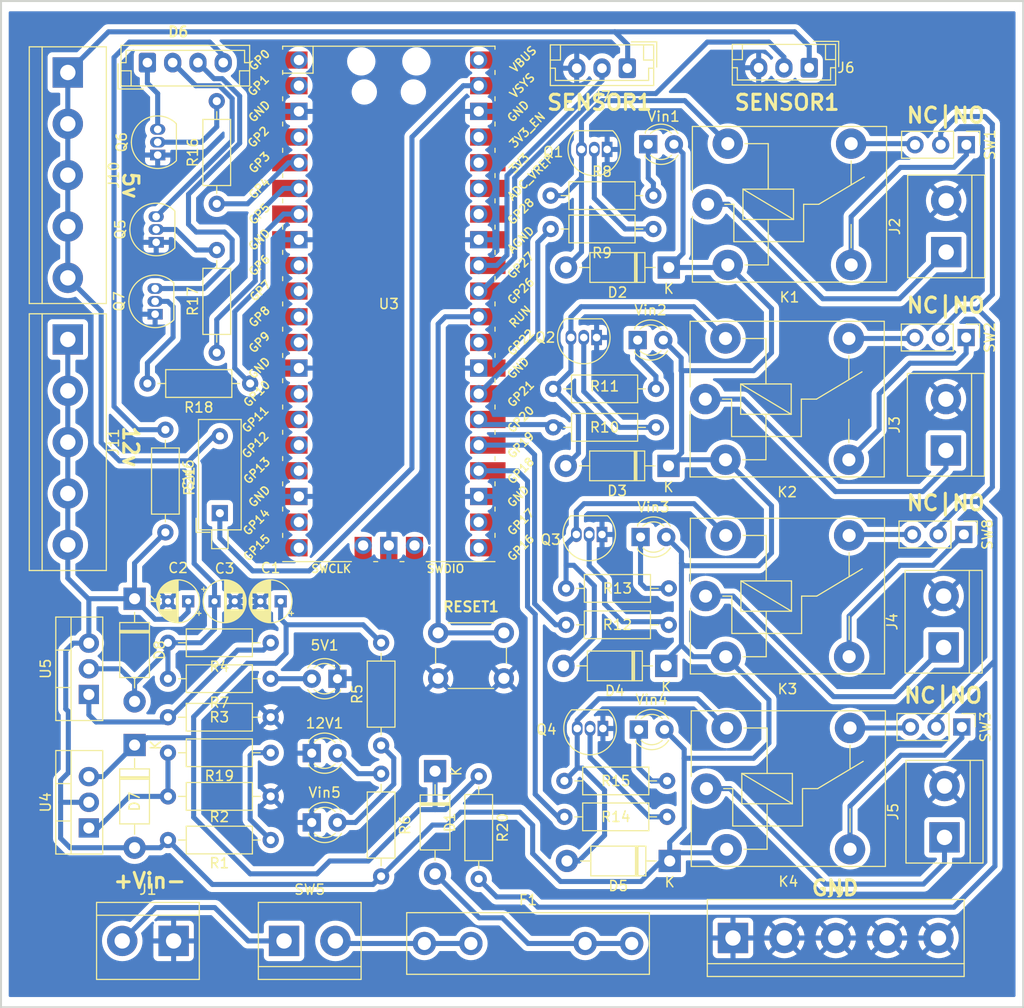
<source format=kicad_pcb>
(kicad_pcb (version 20221018) (generator pcbnew)
  (layers (0 "F.Cu" signal) (31 "B.Cu" signal) (34 "B.Paste" user) (35 "F.Paste" user) (36 "B.SilkS" user "B.Silkscreen") (37 "F.SilkS" user "F.Silkscreen") (38 "B.Mask" user) (39 "F.Mask" user) (44 "Edge.Cuts" user))
  (net 0 "")
  (net 1 "5V")
  (net 2 "12V")
  (net 3 "Earth")
  (net 4 "Net-(D1-A)")
  (net 5 "Net-(D2-A)")
  (net 6 "Net-(D3-A)")
  (net 7 "Net-(D4-A)")
  (net 8 "Net-(D5-A)")
  (net 9 "Net-(D6-RK)")
  (net 10 "Net-(D6-GK)")
  (net 11 "Net-(D6-BK)")
  (net 12 "Net-(SW5-B)")
  (net 13 "Net-(J1-Pin_2)")
  (net 14 "Net-(J2-Pin_1)")
  (net 15 "Net-(J3-Pin_1)")
  (net 16 "Net-(J4-Pin_1)")
  (net 17 "Net-(J5-Pin_1)")
  (net 18 "A0")
  (net 19 "A1")
  (net 20 "Net-(SW1-C)")
  (net 21 "Net-(SW1-A)")
  (net 22 "Net-(SW2-C)")
  (net 23 "Net-(SW2-A)")
  (net 24 "Net-(SW8-C)")
  (net 25 "Net-(SW8-A)")
  (net 26 "Net-(SW3-C)")
  (net 27 "Net-(SW3-A)")
  (net 28 "Net-(Q1-B)")
  (net 29 "Net-(Q2-B)")
  (net 30 "Net-(Q3-B)")
  (net 31 "Net-(Q4-B)")
  (net 32 "G")
  (net 33 "R")
  (net 34 "B")
  (net 35 "Net-(R1-Pad1)")
  (net 36 "Net-(U4-ADJ)")
  (net 37 "Net-(U5-ADJ)")
  (net 38 "Net-(Vin1-K)")
  (net 39 "C1")
  (net 40 "C2")
  (net 41 "Net-(Vin2-K)")
  (net 42 "C3")
  (net 43 "Net-(Vin3-K)")
  (net 44 "C4")
  (net 45 "Net-(Vin4-K)")
  (net 46 "Net-(U3-GPIO3)")
  (net 47 "Net-(U3-GPIO4)")
  (net 48 "Net-(U3-GPIO5)")
  (net 49 "Vin")
  (net 50 "Net-(U3-VSYS)")
  (net 51 "Net-(U3-RUN)")
  (net 75 "Net-(5V1-A)")
  (net 76 "Net-(12V1-A)")
  (net 77 "Net-(Vin5-A)")
  (net 78 "Net-(D1-K)")
  (net 79 "Net-(D6-A)")
  (footprint "Resistor_THT:R_Axial_DIN0207_L6.3mm_D2.5mm_P10.16mm_Horizontal" (layer "F.Cu") (at 193.244 120.32 180)
    (fp_text reference "R2")
    (fp_text value "2.2k")
  )
  (footprint "Resistor_THT:R_Axial_DIN0207_L6.3mm_D2.5mm_P10.16mm_Horizontal" (layer "F.Cu") (at 193.242 112.486 180)
    (fp_text reference "R3")
    (fp_text value "1K")
  )
  (footprint "Connector_PinHeader_2.54mm:PinHeader_1x03_P2.54mm_Vertical" (layer "F.Cu") (at 261.792 94.404 -90)
    (fp_text reference "SW8")
    (fp_text value "SW_SPDT")
  )
  (footprint "LED_THT:LED_D3.0mm" (layer "F.Cu") (at 229.82 94.658)
    (fp_text reference "Vin3")
    (fp_text value "LED")
  )
  (footprint "Diode_THT:D_DO-41_SOD81_P10.16mm_Horizontal" (layer "F.Cu") (at 232.587 87.615 180)
    (fp_text reference "D3")
    (fp_text value "1N4007")
  )
  (footprint "Connector_PinHeader_2.54mm:PinHeader_1x03_P2.54mm_Vertical" (layer "F.Cu") (at 262.019 74.915 -90)
    (fp_text reference "SW2")
    (fp_text value "SW_SPDT")
  )
  (footprint "Package_TO_SOT_THT:TO-92_Inline" (layer "F.Cu") (at 226.01 94.404 180)
    (fp_text reference "Q3")
    (fp_text value "PN2222A")
  )
  (footprint "Connector_PinHeader_2.54mm:PinHeader_1x03_P2.54mm_Vertical" (layer "F.Cu") (at 262.044 55.844 -90)
    (fp_text reference "SW1")
    (fp_text value "SW_SPDT")
  )
  (footprint "TerminalBlock:TerminalBlock_bornier-2_P5.08mm" (layer "F.Cu") (at 259.792 105.58 90)
    (fp_text reference "J4")
    (fp_text value "Conn_01x02_Socket")
  )
  (footprint "LED_THT:LED_D3.0mm" (layer "F.Cu") (at 197.306 122.9)
    (fp_text reference "Vin5")
    (fp_text value "LED")
  )
  (footprint "Connector_JST:JST_EH_B3B-EH-A_1x03_P2.50mm_Vertical" (layer "F.Cu") (at 246.502 48.224 180)
    (fp_text reference "J6")
    (fp_text value "Conn_01x03_Socket")
  )
  (footprint "Resistor_THT:R_Axial_DIN0207_L6.3mm_D2.5mm_P10.16mm_Horizontal" (layer "F.Cu") (at 193.244 124.638 180)
    (fp_text reference "R1")
    (fp_text value "220")
  )
  (footprint "TerminalBlock:TerminalBlock_bornier-5_P5.08mm" (layer "F.Cu") (at 173.178 75.108 -90)
    (fp_text reference "J11")
    (fp_text value "Conn_01x05_Socket")
  )
  (footprint "Package_TO_SOT_THT:TO-92_Inline" (layer "F.Cu") (at 181.812 72.608 90)
    (fp_text reference "Q7")
    (fp_text value "PN2222A")
  )
  (footprint "LED_THT:LED_D3.0mm" (layer "F.Cu") (at 229.534 75.169)
    (fp_text reference "Vin2")
    (fp_text value "LED")
  )
  (footprint "Resistor_THT:R_Axial_DIN0207_L6.3mm_D2.5mm_P10.16mm_Horizontal" (layer "F.Cu") (at 231.088 64.178 180)
    (fp_text reference "R9")
    (fp_text value "1k")
  )
  (footprint "Package_TO_SOT_THT:TO-92_Inline" (layer "F.Cu") (at 182.066 56.86 90)
    (fp_text reference "Q6")
    (fp_text value "PN2222A")
  )
  (footprint "Package_TO_SOT_THT:TO-92_Inline" (layer "F.Cu") (at 226.098 113.602 180)
    (fp_text reference "Q4")
    (fp_text value "PN2222A")
  )
  (footprint "LED_THT:LED_D3.0mm" (layer "F.Cu") (at 230.582 55.796)
    (fp_text reference "Vin1")
    (fp_text value "LED")
  )
  (footprint "Diode_THT:D_DO-41_SOD81_P10.16mm_Horizontal" (layer "F.Cu") (at 209.498 117.82 -90)
    (fp_text reference "D1")
    (fp_text value "1N4007")
  )
  (footprint "Package_TO_SOT_THT:TO-220-3_Vertical" (layer "F.Cu") (at 175.26 123.444 90)
    (fp_text reference "U4")
    (fp_text value "LM317_TO-220")
  )
  (footprint "Diode_THT:D_DO-41_SOD81_P10.16mm_Horizontal" (layer "F.Cu") (at 232.702 126.71 180)
    (fp_text reference "D5")
    (fp_text value "1N4007")
  )
  (footprint "Connector_JST:JST_EH_B3B-EH-A_1x03_P2.50mm_Vertical" (layer "F.Cu") (at 228.508 48.27 180)
    (fp_text reference "J7")
    (fp_text value "Conn_01x03_Socket")
  )
  (footprint "Relay_THT:Relay_SPDT_Finder_36.11" (layer "F.Cu") (at 236.221 81.011)
    (fp_text reference "K2")
    (fp_text value "FINDER-36.11")
  )
  (footprint "Resistor_THT:R_Axial_DIN0207_L6.3mm_D2.5mm_P10.16mm_Horizontal" (layer "F.Cu") (at 187.908 61.686 90)
    (fp_text reference "R16")
    (fp_text value "1k")
  )
  (footprint "Package_TO_SOT_THT:TO-92_Inline" (layer "F.Cu") (at 225.475 74.915 180)
    (fp_text reference "Q2")
    (fp_text value "PN2222A")
  )
  (footprint "TerminalBlock:TerminalBlock_bornier-2_P5.08mm" (layer "F.Cu") (at 194.564 134.62)
    (fp_text reference "SW5")
    (fp_text value "SW_SPST")
  )
  (footprint "Resistor_THT:R_Axial_DIN0207_L6.3mm_D2.5mm_P10.16mm_Horizontal" (layer "F.Cu") (at 222.454 99.738)
    (fp_text reference "R13")
    (fp_text value "R")
  )
  (footprint "TerminalBlock:TerminalBlock_bornier-2_P5.08mm" (layer "F.Cu") (at 260.046 66.464 90)
    (fp_text reference "J2")
    (fp_text value "Conn_01x02_Socket")
  )
  (footprint "Connector_JST:JST_EH_B4B-EH-A_1x04_P2.50mm_Vertical" (layer "F.Cu") (at 181.05 47.716)
    (fp_text reference "D6")
    (fp_text value "LED_RGBA")
  )
  (footprint "Resistor_THT:R_Axial_DIN0207_L6.3mm_D2.5mm_P10.16mm_Horizontal" (layer "F.Cu") (at 232.612 103.342 180)
    (fp_text reference "R12")
    (fp_text value "1k")
  )
  (footprint "Relay_THT:Relay_SPDT_Finder_36.11" (layer "F.Cu") (at 236.336 119.55)
    (fp_text reference "K4")
    (fp_text value "FINDER-36.11")
  )
  (footprint "Resistor_THT:R_Axial_DIN0207_L6.3mm_D2.5mm_P10.16mm_Horizontal" (layer "F.Cu") (at 222.288 118.788)
    (fp_text reference "R15")
    (fp_text value "R")
  )
  (footprint "Resistor_THT:R_Axial_DIN0207_L6.3mm_D2.5mm_P10.16mm_Horizontal" (layer "F.Cu") (at 193.242 108.676 180)
    (fp_text reference "R7")
    (fp_text value "R")
  )
  (footprint "Diode_THT:D_DO-41_SOD81_P10.16mm_Horizontal" (layer "F.Cu") (at 179.782 115.24 -90)
    (fp_text reference "D7")
    (fp_text value "1N4007")
  )
  (footprint "LED_THT:LED_D3.0mm" (layer "F.Cu") (at 229.649 113.708)
    (fp_text reference "Vin4")
    (fp_text value "LED")
  )
  (footprint "TerminalBlock:TerminalBlock_bornier-5_P5.08mm" (layer "F.Cu") (at 173.178 48.692 -90)
    (fp_text reference "J10")
    (fp_text value "Conn_01x05_Socket")
  )
  (footprint "Package_TO_SOT_THT:TO-92_Inline" (layer "F.Cu") (at 226.518 56.304 180)
    (fp_text reference "Q1")
    (fp_text value "PN2222A")
  )
  (footprint "Button_Switch_THT:SW_DIP_SPSTx01_Piano_10.8x4.1mm_W7.62mm_P2.54mm" (layer "F.Cu") (at 188.214 92.297 90)
    (fp_text reference "SW6")
    (fp_text value "SW_DIP_x01")
  )
  (footprint "Capacitor_THT:CP_Radial_D4.0mm_P2.00mm" (layer "F.Cu") (at 185.084 101.016 180)
    (fp_text reference "C2")
    (fp_text value "1uf")
  )
  (footprint "Resistor_THT:R_Axial_DIN0207_L6.3mm_D2.5mm_P10.16mm_Horizontal" (layer "F.Cu") (at 231.342 83.805 180)
    (fp_text reference "R10")
    (fp_text value "1k")
  )
  (footprint "Relay_THT:Relay_SPDT_Finder_36.11" (layer "F.Cu") (at 236.448 61.734)
    (fp_text reference "K1")
    (fp_text value "FINDER-36.11")
  )
  (footprint "Resistor_THT:R_Axial_DIN0207_L6.3mm_D2.5mm_P10.16mm_Horizontal" (layer "F.Cu") (at 193.242 105.12 180)
    (fp_text reference "R4")
    (fp_text value "330")
  )
  (footprint "Resistor_THT:R_Axial_DIN0207_L6.3mm_D2.5mm_P10.16mm_Horizontal" (layer "F.Cu") (at 220.928 60.876)
    (fp_text reference "R8")
    (fp_text value "R")
  )
  (footprint "MCU_RaspberryPi_and_Boards:RPi_Pico_SMD_TH" (layer "F.Cu") (at 204.926 71.592)
    (fp_text reference "U3")
    (fp_text value "Pico")
  )
  (footprint "Button_Switch_THT:SW_PUSH_6mm_H5mm" (layer "F.Cu") (at 209.804 104.14)
    (fp_text reference "RESET1")
    (fp_text value "RESET")
  )
  (footprint "TerminalBlock:TerminalBlock_bornier-5_P5.08mm" (layer "F.Cu") (at 238.962 134.33)
    (fp_text reference "J9")
    (fp_text value "Conn_01x05_Socket")
  )
  (footprint "Connector_PinHeader_2.54mm:PinHeader_1x03_P2.54mm_Vertical" (layer "F.Cu") (at 261.594 113.454 -90)
    (fp_text reference "SW3")
    (fp_text value "SW_SPDT")
  )
  (footprint "Diode_THT:D_DO-41_SOD81_P10.16mm_Horizontal" (layer "F.Cu") (at 179.782 100.762 -90)
    (fp_text reference "D8")
    (fp_text value "1N4007")
  )
  (footprint "Resistor_THT:R_Axial_DIN0207_L6.3mm_D2.5mm_P10.16mm_Horizontal" (layer "F.Cu") (at 182.828 84.038 -90)
    (fp_text reference "R21")
    (fp_text value "1k")
  )
  (footprint "Resistor_THT:R_Axial_DIN0207_L6.3mm_D2.5mm_P10.16mm_Horizontal" (layer "F.Cu") (at 187.908 76.418 90)
    (fp_text reference "R17")
    (fp_text value "1k")
  )
  (footprint "Diode_THT:D_DO-41_SOD81_P10.16mm_Horizontal" (layer "F.Cu") (at 232.358 107.406 180)
    (fp_text reference "D4")
    (fp_text value "1N4007")
  )
  (footprint "Resistor_THT:R_Axial_DIN0207_L6.3mm_D2.5mm_P10.16mm_Horizontal" (layer "F.Cu") (at 232.448 122.344 180)
    (fp_text reference "R14")
    (fp_text value "1k")
  )
  (footprint "Resistor_THT:R_Axial_DIN0207_L6.3mm_D2.5mm_P10.16mm_Horizontal" (layer "F.Cu") (at 221.182 79.995)
    (fp_text reference "R11")
    (fp_text value "R")
  )
  (footprint "TerminalBlock:TerminalBlock_bornier-2_P5.08mm" (layer "F.Cu") (at 260.019 86.091 90)
    (fp_text reference "J3")
    (fp_text value "Conn_01x02_Socket")
  )
  (footprint "Relay_THT:Relay_SPDT_Finder_36.11" (layer "F.Cu") (at 236.248 100.5)
    (fp_text reference "K3")
    (fp_text value "FINDER-36.11")
  )
  (footprint "Fuse:Fuseholder_Littelfuse_100_series_5x20mm" (layer "F.Cu") (at 208.444 134.874)
    (fp_text reference "F1")
    (fp_text value "2A")
  )
  (footprint "Resistor_THT:R_Axial_DIN0207_L6.3mm_D2.5mm_P10.16mm_Horizontal" (layer "F.Cu") (at 204.164 115.28 90)
    (fp_text reference "R5")
    (fp_text value "R")
  )
  (footprint "TerminalBlock:TerminalBlock_bornier-2_P5.08mm" (layer "F.Cu") (at 183.642 134.62 180)
    (fp_text reference "J1")
    (fp_text value "Conn_01x02_Socket")
  )
  (footprint "Capacitor_THT:CP_Radial_D4.0mm_P2.00mm" (layer "F.Cu") (at 194.228 101.016 180)
    (fp_text reference "C1")
    (fp_text value "0.1uf")
  )
  (footprint "LED_THT:LED_D3.0mm" (layer "F.Cu") (at 199.846 108.676 180)
    (fp_text reference "5V1")
    (fp_text value "LED")
  )
  (footprint "Package_TO_SOT_THT:TO-220-3_Vertical" (layer "F.Cu") (at 175.26 110.236 90)
    (fp_text reference "U5")
    (fp_text value "LM317_TO-220")
  )
  (footprint "Resistor_THT:R_Axial_DIN0207_L6.3mm_D2.5mm_P10.16mm_Horizontal" (layer "F.Cu") (at 191.21 79.466 180)
    (fp_text reference "R18")
    (fp_text value "1k")
  )
  (footprint "LED_THT:LED_D3.0mm" (layer "F.Cu") (at 197.301 116.042)
    (fp_text reference "12V1")
    (fp_text value "LED")
  )
  (footprint "Capacitor_THT:CP_Radial_D4.0mm_P2.00mm" (layer "F.Cu") (at 187.688 101.016)
    (fp_text reference "C3")
    (fp_text value "1uf")
  )
  (footprint "Resistor_THT:R_Axial_DIN0207_L6.3mm_D2.5mm_P10.16mm_Horizontal" (layer "F.Cu") (at 193.244 116.002 180)
    (fp_text reference "R19")
    (fp_text value "33")
  )
  (footprint "TerminalBlock:TerminalBlock_bornier-2_P5.08mm" (layer "F.Cu") (at 259.88 124.376 90)
    (fp_text reference "J5")
    (fp_text value "Conn_01x02_Socket")
  )
  (footprint "Resistor_THT:R_Axial_DIN0207_L6.3mm_D2.5mm_P10.16mm_Horizontal" (layer "F.Cu") (at 204.164 118.074 -90)
    (fp_text reference "R6")
    (fp_text value "R")
  )
  (footprint "Resistor_THT:R_Axial_DIN0207_L6.3mm_D2.5mm_P10.16mm_Horizontal" (layer "F.Cu") (at 213.816 118.328 -90)
    (fp_text reference "R20")
    (fp_text value "1k")
  )
  (footprint "Package_TO_SOT_THT:TO-92_Inline" (layer "F.Cu") (at 181.918 65.496 90)
    (fp_text reference "Q5")
    (fp_text value "PN2222A")
  )
  (footprint "Diode_THT:D_DO-41_SOD81_P10.16mm_Horizontal" (layer "F.Cu") (at 232.614 67.988 180)
    (fp_text reference "D2")
    (fp_text value "1N4007")
  )
  (gr_rect (start 166.572 41.62) (end 267.664 141.188) (stroke (width 0.2)) (fill none) (layer "Edge.Cuts"))
  (gr_text "NC|NO" (at 255.98 92.166) (layer "F.SilkS") (effects (font (size 1.5 1.5) (thickness 0.3) bold) (justify left bottom)))
  (gr_text "SENSOR1\n" (at 238.962 52.542) (layer "F.SilkS") (effects (font (size 1.5 1.5) (thickness 0.3) bold) (justify left bottom)))
  (gr_text "+Vin-" (at 177.546 129.54) (layer "F.SilkS") (effects (font (size 1.5 1.5) (thickness 0.3) bold) (justify left bottom)))
  (gr_text "12v\n" (at 178.51 83.53 -90) (layer "F.SilkS") (effects (font (size 1.5 1.5) (thickness 0.3) bold) (justify left bottom)))
  (gr_text "NC|NO" (at 255.98 72.608) (layer "F.SilkS") (effects (font (size 1.5 1.5) (thickness 0.3) bold) (justify left bottom)))
  (gr_text "NC|NO" (at 255.726 111.216) (layer "F.SilkS") (effects (font (size 1.5 1.5) (thickness 0.3) bold) (justify left bottom)))
  (gr_text "GND\n" (at 246.582 130.266) (layer "F.SilkS") (effects (font (size 1.5 1.5) (thickness 0.3) bold) (justify left bottom)))
  (gr_text "NC|NO" (at 255.98 53.812) (layer "F.SilkS") (effects (font (size 1.5 1.5) (thickness 0.3) bold) (justify left bottom)))
  (gr_text "SENSOR1\n" (at 220.42 52.542) (layer "F.SilkS") (effects (font (size 1.5 1.5) (thickness 0.3) bold) (justify left bottom)))
  (gr_text "5v\n" (at 178.51 58.384 270) (layer "F.SilkS") (effects (font (size 1.5 1.5) (thickness 0.3) bold) (justify left bottom)))
  (segment (start 183.082 105.844) (end 183.082 105.12) (width 0.5) (layer "B.Cu") (net 1))
  (segment (start 245.058 44.668) (end 246.502 46.112) (width 0.5) (layer "B.Cu") (net 1))
  (segment (start 187.688 99.296) (end 187.688 101.016) (width 0.5) (layer "B.Cu") (net 1))
  (segment (start 227.278 44.668) (end 228.548 45.938) (width 0.5) (layer "B.Cu") (net 1))
  (segment (start 185.674 87.63) (end 185.674 97.282) (width 0.5) (layer "B.Cu") (net 1))
  (segment (start 186.346 105.12) (end 187.688 103.778) (width 0.5) (layer "B.Cu") (net 1))
  (segment (start 227.278 44.668) (end 245.058 44.668) (width 0.5) (layer "B.Cu") (net 1))
  (segment (start 178.334 107.696) (end 175.26 107.696) (width 0.5) (layer "B.Cu") (net 1))
  (segment (start 183.082 108.676) (end 183.082 105.12) (width 0.5) (layer "B.Cu") (net 1))
  (segment (start 228.548 45.938) (end 228.548 48.23) (width 0.5) (layer "B.Cu") (net 1))
  (segment (start 179.782 110.922) (end 179.782 109.144) (width 0.5) (layer "B.Cu") (net 1))
  (segment (start 185.166 87.122) (end 185.674 87.63) (width 0.5) (layer "B.Cu") (net 1))
  (segment (start 246.502 46.112) (end 246.502 48.224) (width 0.5) (layer "B.Cu") (net 1))
  (segment (start 173.178 48.692) (end 177.202 44.668) (width 0.5) (layer "B.Cu") (net 1))
  (segment (start 228.548 48.23) (end 228.508 48.27) (width 0.5) (layer "B.Cu") (net 1))
  (segment (start 177.202 44.668) (end 227.278 44.668) (width 0.5) (layer "B.Cu") (net 1))
  (segment (start 178.292 87.122) (end 178.002 86.832) (width 0.5) (layer "B.Cu") (net 1))
  (segment (start 183.082 105.12) (end 186.346 105.12) (width 0.5) (layer "B.Cu") (net 1))
  (segment (start 187.688 103.778) (end 187.688 101.016) (width 0.5) (layer "B.Cu") (net 1))
  (segment (start 179.782 109.144) (end 183.082 105.844) (width 0.5) (layer "B.Cu") (net 1))
  (segment (start 173.178 48.692) (end 173.178 69.012) (width 0.5) (layer "B.Cu") (net 1))
  (segment (start 176.478 72.312) (end 173.178 69.012) (width 0.5) (layer "B.Cu") (net 1))
  (segment (start 188.214 84.677) (end 187.611 84.677) (width 0.5) (layer "B.Cu") (net 1))
  (segment (start 187.611 84.677) (end 185.166 87.122) (width 0.5) (layer "B.Cu") (net 1))
  (segment (start 179.782 109.144) (end 178.334 107.696) (width 0.5) (layer "B.Cu") (net 1))
  (segment (start 176.478 85.308) (end 176.478 72.312) (width 0.5) (layer "B.Cu") (net 1))
  (segment (start 185.166 87.122) (end 178.292 87.122) (width 0.5) (layer "B.Cu") (net 1))
  (segment (start 185.674 97.282) (end 187.688 99.296) (width 0.5) (layer "B.Cu") (net 1))
  (segment (start 178.002 86.832) (end 176.478 85.308) (width 0.5) (layer "B.Cu") (net 1))
  (segment (start 238.448 67.734) (end 242.772 72.058) (width 0.5) (layer "B.Cu") (net 2))
  (segment (start 182.828 94.198) (end 179.78 97.246) (width 0.5) (layer "B.Cu") (net 2))
  (segment (start 181.814 102.794) (end 179.782 100.762) (width 0.5) (layer "B.Cu") (net 2))
  (segment (start 232.702 125.9) (end 237.986 125.9) (width 0.5) (layer "B.Cu") (net 2))
  (segment (start 232.702 124.842) (end 232.702 125.9) (width 0.5) (layer "B.Cu") (net 2))
  (segment (start 234.118 97.5) (end 233.864 97.246) (width 0.5) (layer "B.Cu") (net 2))
  (segment (start 184.354 102.794) (end 181.814 102.794) (width 0.5) (layer "B.Cu") (net 2))
  (segment (start 242.772 72.058) (end 242.772 76.418) (width 0.5) (layer "B.Cu") (net 2))
  (segment (start 232.702 125.9) (end 229.86 128.742) (width 0.5) (layer "B.Cu") (net 2))
  (segment (start 210.768 123.154) (end 209.244 123.154) (width 0.5) (layer "B.Cu") (net 2))
  (segment (start 185.084 102.064) (end 184.354 102.794) (width 0.5) (layer "B.Cu") (net 2))
  (segment (start 232.189 113.708) (end 234.136 115.655) (width 0.5) (layer "B.Cu") (net 2))
  (segment (start 233.122 55.796) (end 234.022 56.696) (width 0.5) (layer "B.Cu") (net 2))
  (segment (start 233.191 87.011) (end 232.587 87.615) (width 0.5) (layer "B.Cu") (net 2))
  (segment (start 209.244 123.154) (end 204.164 128.234) (width 0.5) (layer "B.Cu") (net 2))
  (segment (start 175.26 120.904) (end 172.466 120.904) (width 0.5) (layer "B.Cu") (net 2))
  (segment (start 234.022 66.58) (end 232.614 67.988) (width 0.5) (layer "B.Cu") (net 2))
  (segment (start 238.248 106.5) (end 242.518 110.77) (width 0.5) (layer "B.Cu") (net 2))
  (segment (start 172.466 124.46) (end 173.406 125.4) (width 0.5) (layer "B.Cu") (net 2))
  (segment (start 235.018 106.5) (end 238.248 106.5) (width 0.5) (layer "B.Cu") (net 2))
  (segment (start 204.164 128.234) (end 203.364001 129.033999) (width 0.5) (layer "B.Cu") (net 2))
  (segment (start 242.518 115.026) (end 240.994 116.55) (width 0.5) (layer "B.Cu") (net 2))
  (segment (start 182.322 125.4) (end 183.084 124.638) (width 0.5) (layer "B.Cu") (net 2))
  (segment (start 172.974 111.66) (end 173.228 111.914) (width 0.5) (layer "B.Cu") (net 2))
  (segment (start 219.15 123.154) (end 217.88 121.884) (width 0.5) (layer "B.Cu") (net 2))
  (segment (start 237.986 125.9) (end 238.336 125.55) (width 0.5) (layer "B.Cu") (net 2))
  (segment (start 217.88 121.884) (end 212.038 121.884) (width 0.5) (layer "B.Cu") (net 2))
  (segment (start 173.736 105.156) (end 172.974 105.918) (width 0.5) (layer "B.Cu") (net 2))
  (segment (start 179.78 100.76) (end 179.782 100.762) (width 0.5) (layer "B.Cu") (net 2))
  (segment (start 172.466 118.746) (end 172.466 120.904) (width 0.5) (layer "B.Cu") (net 2))
  (segment (start 179.782 125.4) (end 182.322 125.4) (width 0.5) (layer "B.Cu") (net 2))
  (segment (start 173.178 98.73) (end 175.21 100.762) (width 0.5) (layer "B.Cu") (net 2))
  (segment (start 229.86 128.742) (end 221.91795 128.742) (width 0.5) (layer "B.Cu") (net 2))
  (segment (start 221.91795 128.742) (end 219.15 125.97405) (width 0.5) (layer "B.Cu") (net 2))
  (segment (start 241.502 97.5) (end 234.118 97.5) (width 0.5) (layer "B.Cu") (net 2))
  (segment (start 185.084 101.016) (end 185.084 102.064) (width 0.5) (layer "B.Cu") (net 2))
  (segment (start 233.837 76.932) (end 232.074 75.169) (width 0.5) (layer "B.Cu") (net 2))
  (segment (start 238.194 67.988) (end 238.448 67.734) (width 0.5) (layer "B.Cu") (net 2))
  (segment (start 233.864 97.246) (end 233.864 105.346) (width 0.5) (layer "B.Cu") (net 2))
  (segment (start 234.136 116.55) (end 234.136 123.408) (width 0.5) (layer "B.Cu") (net 2))
  (segment (start 233.864 96.162) (end 233.864 97.246) (width 0.5) (layer "B.Cu") (net 2))
  (segment (start 232.36 94.658) (end 233.864 96.162) (width 0.5) (layer "B.Cu") (net 2))
  (segment (start 175.26 105.156) (end 173.736 105.156) (width 0.5) (layer "B.Cu") (net 2))
  (segment (start 242.772 76.418) (end 240.994 78.196) (width 0.5) (layer "B.Cu") (net 2))
  (segment (start 175.21 100.762) (end 175.26 100.812) (width 0.5) (layer "B.Cu") (net 2))
  (segment (start 238.221 87.011) (end 233.191 87.011) (width 0.5) (layer "B.Cu") (net 2))
  (segment (start 187.479999 129.033999) (end 183.084 124.638) (width 0.5) (layer "B.Cu") (net 2))
  (segment (start 242.772 91.562) (end 242.772 96.23) (width 0.5) (layer "B.Cu") (net 2))
  (segment (start 234.136 123.408) (end 232.702 124.842) (width 0.5) (layer "B.Cu") (net 2))
  (segment (start 172.974 105.918) (end 172.974 111.66) (width 0.5) (layer "B.Cu") (net 2))
  (segment (start 175.514 120.65) (end 175.26 120.904) (width 0.5) (layer "B.Cu") (net 2))
  (segment (start 232.587 87.615) (end 233.882 86.32) (width 0.5) (layer "B.Cu") (net 2))
  (segment (start 203.364001 129.033999) (end 187.479999 129.033999) (width 0.5) (layer "B.Cu") (net 2))
  (segment (start 234.136 115.655) (end 234.136 116.55) (width 0.5) (layer "B.Cu") (net 2))
  (segment (start 234.022 56.696) (end 234.022 66.58) (width 0.5) (layer "B.Cu") (net 2))
  (segment (start 179.782 100.762) (end 175.21 100.762) (width 0.5) (layer "B.Cu") (net 2))
  (segment (start 173.228 117.984) (end 172.466 118.746) (width 0.5) (layer "B.Cu") (net 2))
  (segment (start 173.406 125.4) (end 179.782 125.4) (width 0.5) (layer "B.Cu") (net 2))
  (segment (start 233.882 86.32) (end 233.882 78.241) (width 0.5) (layer "B.Cu") (net 2))
  (segment (start 172.466 120.904) (end 172.466 124.46) (width 0.5) (layer "B.Cu") (net 2))
  (segment (start 240.994 116.55) (end 234.136 116.55) (width 0.5) (layer "B.Cu") (net 2))
  (segment (start 240.994 78.196) (end 233.837 78.196) (width 0.5) (layer "B.Cu") (net 2))
  (segment (start 233.864 105.346) (end 235.018 106.5) (width 0.5) (layer "B.Cu") (net 2))
  (segment (start 232.358 106.852) (end 232.358 107.406) (width 0.5) (layer "B.Cu") (net 2))
  (segment (start 233.837 78.196) (end 233.837 76.932) (width 0.5) (layer "B.Cu") (net 2))
  (segment (start 173.178 95.428) (end 173.178 98.73) (width 0.5) (layer "B.Cu") (net 2))
  (segment (start 242.772 96.23) (end 241.502 97.5) (width 0.5) (layer "B.Cu") (net 2))
  (segment (start 219.15 125.97405) (end 219.15 123.154) (width 0.5) (layer "B.Cu") (net 2))
  (segment (start 233.864 105.346) (end 232.358 106.852) (width 0.5) (layer "B.Cu") (net 2))
  (segment (start 233.882 78.241) (end 233.837 78.196) (width 0.5) (layer "B.Cu") (net 2))
  (segment (start 212.038 121.884) (end 210.768 123.154) (width 0.5) (layer "B.Cu") (net 2))
  (segment (start 175.26 100.812) (end 175.26 105.156) (width 0.5) (layer "B.Cu") (net 2))
  (segment (start 232.614 67.988) (end 238.194 67.988) (width 0.5) (layer "B.Cu") (net 2))
  (segment (start 238.221 87.011) (end 242.772 91.562) (width 0.5) (layer "B.Cu") (net 2))
  (segment (start 179.78 97.246) (end 179.78 100.76) (width 0.5) (layer "B.Cu") (net 2))
  (segment (start 242.518 110.77) (end 242.518 115.026) (width 0.5) (layer "B.Cu") (net 2))
  (segment (start 173.178 95.428) (end 173.178 75.108) (width 0.5) (layer "B.Cu") (net 2))
  (segment (start 173.228 111.914) (end 173.228 117.984) (width 0.5) (layer "B.Cu") (net 2))
  (segment (start 238.962 134.33) (end 259.282 134.33) (width 0.5) (layer "B.Cu") (net 3))
  (segment (start 189.688 101.016) (end 192.228 101.016) (width 0.5) (layer "B.Cu") (net 3))
  (segment (start 228.944 134.874) (end 224.344 134.874) (width 0.5) (layer "B.Cu") (net 4))
  (segment (start 209.514 127.98) (end 209.498 127.98) (width 0.5) (layer "B.Cu") (net 4))
  (segment (start 218.694 134.874) (end 216.154 132.334) (width 0.5) (layer "B.Cu") (net 4))
  (segment (start 216.154 132.334) (end 213.868 132.334) (width 0.5) (layer "B.Cu") (net 4))
  (segment (start 213.868 132.334) (end 209.514 127.98) (width 0.5) (layer "B.Cu") (net 4))
  (segment (start 224.344 134.874) (end 218.694 134.874) (width 0.5) (layer "B.Cu") (net 4))
  (segment (start 222.2 60.876) (end 220.928 60.876) (width 0.5) (layer "B.Cu") (net 5))
  (segment (start 223.978 53.51) (end 223.978 56.304) (width 0.5) (layer "B.Cu") (net 5))
  (segment (start 223.978 56.304) (end 223.978 59.098) (width 0.5) (layer "B.Cu") (net 5))
  (segment (start 223.978 59.098) (end 222.2 60.876) (width 0.5) (layer "B.Cu") (net 5))
  (segment (start 234.192 51.478) (end 226.01 51.478) (width 0.5) (layer "B.Cu") (net 5))
  (segment (start 223.978 66.464) (end 223.978 59.098) (width 0.5) (layer "B.Cu") (net 5))
  (segment (start 226.01 51.478) (end 223.978 53.51) (width 0.5) (layer "B.Cu") (net 5))
  (segment (start 222.454 67.988) (end 223.978 66.464) (width 0.5) (layer "B.Cu") (net 5))
  (segment (start 238.448 55.734) (end 234.192 51.478) (width 0.5) (layer "B.Cu") (net 5))
  (segment (start 222.935 74.915) (end 222.935 78.242) (width 0.5) (layer "B.Cu") (net 6))
  (segment (start 223.677 82.49) (end 223.677 86.365) (width 0.5) (layer "B.Cu") (net 6))
  (segment (start 222.935 78.242) (end 221.182 79.995) (width 0.5) (layer "B.Cu") (net 6))
  (segment (start 238.221 75.011) (end 235.077 71.867) (width 0.5) (layer "B.Cu") (net 6))
  (segment (start 223.951 71.867) (end 222.935 72.883) (width 0.5) (layer "B.Cu") (net 6))
  (segment (start 235.077 71.867) (end 223.951 71.867) (width 0.5) (layer "B.Cu") (net 6))
  (segment (start 223.677 86.365) (end 222.427 87.615) (width 0.5) (layer "B.Cu") (net 6))
  (segment (start 222.935 72.883) (end 222.935 74.915) (width 0.5) (layer "B.Cu") (net 6))
  (segment (start 221.182 79.995) (end 223.677 82.49) (width 0.5) (layer "B.Cu") (net 6))
  (segment (start 222.198 106.852) (end 222.2 106.85) (width 0.5) (layer "B.Cu") (net 7))
  (segment (start 224.232 91.356) (end 223.47 92.118) (width 0.5) (layer "B.Cu") (net 7))
  (segment (start 222.454 97.452) (end 223.216 97.452) (width 0.5) (layer "B.Cu") (net 7))
  (segment (start 235.104 91.356) (end 224.232 91.356) (width 0.5) (layer "B.Cu") (net 7))
  (segment (start 222.454 95.42) (end 223.47 94.404) (width 0.5) (layer "B.Cu") (net 7))
  (segment (start 222.454 97.452) (end 222.454 95.42) (width 0.5) (layer "B.Cu") (net 7))
  (segment (start 222.198 107.406) (end 222.198 106.852) (width 0.5) (layer "B.Cu") (net 7))
  (segment (start 223.47 92.118) (end 223.47 94.404) (width 0.5) (layer "B.Cu") (net 7))
  (segment (start 223.216 97.452) (end 225.248 99.484) (width 0.5) (layer "B.Cu") (net 7))
  (segment (start 225.248 99.484) (end 225.248 104.564) (width 0.5) (layer "B.Cu") (net 7))
  (segment (start 238.248 94.5) (end 235.104 91.356) (width 0.5) (layer "B.Cu") (net 7))
  (segment (start 225.248 104.564) (end 222.406 107.406) (width 0.5) (layer "B.Cu") (net 7))
  (segment (start 222.454 99.738) (end 222.454 97.452) (width 0.5) (layer "B.Cu") (net 7))
  (segment (start 222.406 107.406) (end 222.198 107.406) (width 0.5) (layer "B.Cu") (net 7))
  (segment (start 238.336 113.55) (end 235.446 110.66) (width 0.5) (layer "B.Cu") (net 8))
  (segment (start 223.558 113.602) (end 223.558 117.518) (width 0.5) (layer "B.Cu") (net 8))
  (segment (start 222.542 126.71) (end 223.722 126.71) (width 0.5) (layer "B.Cu") (net 8))
  (segment (start 226.262 124.17) (end 226.262 119.714) (width 0.5) (layer "B.Cu") (net 8))
  (segment (start 223.722 126.71) (end 226.262 124.17) (width 0.5) (layer "B.Cu") (net 8))
  (segment (start 223.558 112.802) (end 223.558 113.602) (width 0.5) (layer "B.Cu") (net 8))
  (segment (start 226.262 119.714) (end 224.066 117.518) (width 0.5) (layer "B.Cu") (net 8))
  (segment (start 224.066 117.518) (end 223.558 117.518) (width 0.5) (layer "B.Cu") (net 8))
  (segment (start 225.7 110.66) (end 223.558 112.802) (width 0.5) (layer "B.Cu") (net 8))
  (segment (start 235.446 110.66) (end 225.7 110.66) (width 0.5) (layer "B.Cu") (net 8))
  (segment (start 223.558 117.518) (end 222.288 118.788) (width 0.5) (layer "B.Cu") (net 8))
  (segment (start 182.066 50.778) (end 182.066 54.32) (width 0.5) (layer "B.Cu") (net 9))
  (segment (start 181.05 47.716) (end 181.05 49.762) (width 0.5) (layer "B.Cu") (net 9))
  (segment (start 181.05 49.762) (end 182.066 50.778) (width 0.5) (layer "B.Cu") (net 9))
  (segment (start 189.432 51.272) (end 189.432 55.442) (width 0.5) (layer "B.Cu") (net 10))
  (segment (start 189.432 55.442) (end 181.918 62.956) (width 0.5) (layer "B.Cu") (net 10))
  (segment (start 183.55 47.716) (end 185.836 50.002) (width 0.5) (layer "B.Cu") (net 10))
  (segment (start 188.162 50.002) (end 189.432 51.272) (width 0.5) (layer "B.Cu") (net 10))
  (segment (start 185.836 50.002) (end 188.162 50.002) (width 0.5) (layer "B.Cu") (net 10))
  (segment (start 185.114 60.74995) (end 185.114 63.718) (width 0.5) (layer "B.Cu") (net 11))
  (segment (start 188.67 64.48) (end 189.432 65.242) (width 0.5) (layer "B.Cu") (net 11))
  (segment (start 186.638 70.068) (end 181.812 70.068) (width 0.5) (layer "B.Cu") (net 11))
  (segment (start 185.876 64.48) (end 188.67 64.48) (width 0.5) (layer "B.Cu") (net 11))
  (segment (start 189.432 65.242) (end 189.432 67.274) (width 0.5) (layer "B.Cu") (net 11))
  (segment (start 186.05 47.716) (end 187.636 49.302) (width 0.5) (layer "B.Cu") (net 11))
  (segment (start 187.636 49.302) (end 188.45195 49.302) (width 0.5) (layer "B.Cu") (net 11))
  (segment (start 185.114 63.718) (end 185.876 64.48) (width 0.5) (layer "B.Cu") (net 11))
  (segment (start 188.45195 49.302) (end 190.174 51.02405) (width 0.5) (layer "B.Cu") (net 11))
  (segment (start 190.174 55.68995) (end 185.114 60.74995) (width 0.5) (layer "B.Cu") (net 11))
  (segment (start 189.432 67.274) (end 186.638 70.068) (width 0.5) (layer "B.Cu") (net 11))
  (segment (start 190.174 51.02405) (end 190.174 55.68995) (width 0.5) (layer "B.Cu") (net 11))
  (segment (start 199.898 134.874) (end 199.644 134.62) (width 0.5) (layer "B.Cu") (net 12))
  (segment (start 213.044 134.874) (end 199.898 134.874) (width 0.5) (layer "B.Cu") (net 12))
  (segment (start 191.008 134.62) (end 194.564 134.62) (width 0.5) (layer "B.Cu") (net 13))
  (segment (start 178.562 134.62) (end 181.864 131.318) (width 0.5) (layer "B.Cu") (net 13))
  (segment (start 181.864 131.318) (end 187.706 131.318) (width 0.5) (layer "B.Cu") (net 13))
  (segment (start 187.706 131.318) (end 191.008 134.62) (width 0.5) (layer "B.Cu") (net 13))
  (segment (start 238.502 61.734) (end 247.852 71.084) (width 0.5) (layer "B.Cu") (net 14))
  (segment (start 255.426 71.084) (end 260.046 66.464) (width 0.5) (layer "B.Cu") (net 14))
  (segment (start 236.448 61.734) (end 238.502 61.734) (width 0.5) (layer "B.Cu") (net 14))
  (segment (start 247.852 71.084) (end 255.426 71.084) (width 0.5) (layer "B.Cu") (net 14))
  (segment (start 236.221 81.011) (end 239.953 81.011) (width 0.5) (layer "B.Cu") (net 15))
  (segment (start 239.953 81.011) (end 249.097 90.155) (width 0.5) (layer "B.Cu") (net 15))
  (segment (start 249.097 90.155) (end 257.733 90.155) (width 0.5) (layer "B.Cu") (net 15))
  (segment (start 260.019 87.869) (end 260.019 86.091) (width 0.5) (layer "B.Cu") (net 15))
  (segment (start 257.733 90.155) (end 260.019 87.869) (width 0.5) (layer "B.Cu") (net 15))
  (segment (start 248.918 110.454) (end 254.918 110.454) (width 0.5) (layer "B.Cu") (net 16))
  (segment (start 236.248 100.5) (end 238.964 100.5) (width 0.5) (layer "B.Cu") (net 16))
  (segment (start 254.918 110.454) (end 259.792 105.58) (width 0.5) (layer "B.Cu") (net 16))
  (segment (start 238.964 100.5) (end 248.918 110.454) (width 0.5) (layer "B.Cu") (net 16))
  (segment (start 259.88 126.916) (end 259.88 124.376) (width 0.5) (layer "B.Cu") (net 17))
  (segment (start 238.66 119.55) (end 248.106 128.996) (width 0.5) (layer "B.Cu") (net 17))
  (segment (start 248.106 128.996) (end 257.8 128.996) (width 0.5) (layer "B.Cu") (net 17))
  (segment (start 236.336 119.55) (end 238.66 119.55) (width 0.5) (layer "B.Cu") (net 17))
  (segment (start 257.8 128.996) (end 259.88 126.916) (width 0.5) (layer "B.Cu") (net 17))
  (segment (start 236.422 45.684) (end 231.328 50.778) (width 0.5) (layer "B.Cu") (net 18))
  (segment (start 214.07 70.322) (end 213.816 70.322) (width 0.5) (layer "B.Cu") (net 18))
  (segment (start 244.002 48.224) (end 244.002 47.168) (width 0.5) (layer "B.Cu") (net 18))
  (segment (start 217.372 59.126051) (end 217.372 67.02) (width 0.5) (layer "B.Cu") (net 18))
  (segment (start 244.002 47.168) (end 242.518 45.684) (width 0.5) (layer "B.Cu") (net 18))
  (segment (start 231.328 50.778) (end 225.720051 50.778) (width 0.5) (layer "B.Cu") (net 18))
  (segment (start 225.720051 50.778) (end 217.372 59.126051) (width 0.5) (layer "B.Cu") (net 18))
  (segment (start 217.372 67.02) (end 214.07 70.322) (width 0.5) (layer "B.Cu") (net 18))
  (segment (start 242.518 45.684) (end 236.422 45.684) (width 0.5) (layer "B.Cu") (net 18))
  (segment (start 216.61 66.766) (end 215.594 67.782) (width 0.5) (layer "B.Cu") (net 19))
  (segment (start 215.594 67.782) (end 213.816 67.782) (width 0.5) (layer "B.Cu") (net 19))
  (segment (start 216.61 58.892) (end 216.61 66.766) (width 0.5) (layer "B.Cu") (net 19))
  (segment (start 226.008 48.27) (end 226.008 49.494) (width 0.5) (layer "B.Cu") (net 19))
  (segment (start 226.008 49.494) (end 216.61 58.892) (width 0.5) (layer "B.Cu") (net 19))
  (segment (start 256.854 55.734) (end 256.964 55.844) (width 0.5) (layer "B.Cu") (net 20))
  (segment (start 250.648 55.734) (end 256.854 55.734) (width 0.5) (layer "B.Cu") (net 20))
  (segment (start 255.52 58.082) (end 250.646 62.956) (width 0.5) (layer "B.Cu") (net 21))
  (segment (start 262.044 55.844) (end 262.044 56.846) (width 0.5) (layer "B.Cu") (net 21))
  (segment (start 262.044 56.846) (end 260.808 58.082) (width 0.5) (layer "B.Cu") (net 21))
  (segment (start 260.808 58.082) (end 255.52 58.082) (width 0.5) (layer "B.Cu") (net 21))
  (segment (start 250.646 62.956) (end 250.646 67.732) (width 0.5) (layer "B.Cu") (net 21))
  (segment (start 250.646 67.732) (end 250.648 67.734) (width 0.5) (layer "B.Cu") (net 21))
  (segment (start 250.421 75.011) (end 256.843 75.011) (width 0.5) (layer "B.Cu") (net 22))
  (segment (start 256.843 75.011) (end 256.939 74.915) (width 0.5) (layer "B.Cu") (net 22))
  (segment (start 262.019 76.471) (end 262.019 74.915) (width 0.5) (layer "B.Cu") (net 23))
  (segment (start 250.421 87.011) (end 253.415 84.017) (width 0.5) (layer "B.Cu") (net 23))
  (segment (start 256.463 77.455) (end 261.035 77.455) (width 0.5) (layer "B.Cu") (net 23))
  (segment (start 253.415 84.017) (end 253.415 80.503) (width 0.5) (layer "B.Cu") (net 23))
  (segment (start 253.415 80.503) (end 256.463 77.455) (width 0.5) (layer "B.Cu") (net 23))
  (segment (start 261.035 77.455) (end 262.019 76.471) (width 0.5) (layer "B.Cu") (net 23))
  (segment (start 256.712 94.404) (end 250.544 94.404) (width 0.5) (layer "B.Cu") (net 24))
  (segment (start 250.544 94.404) (end 250.448 94.5) (width 0.5) (layer "B.Cu") (net 24))
  (segment (start 255.474 97.452) (end 258.744 97.452) (width 0.5) (layer "B.Cu") (net 25))
  (segment (start 258.744 97.452) (end 261.792 94.404) (width 0.5) (layer "B.Cu") (net 25))
  (segment (start 250.448 102.478) (end 255.474 97.452) (width 0.5) (layer "B.Cu") (net 25))
  (segment (start 250.448 106.5) (end 250.448 102.478) (width 0.5) (layer "B.Cu") (net 25))
  (segment (start 250.536 113.55) (end 256.418 113.55) (width 0.5) (layer "B.Cu") (net 26))
  (segment (start 256.418 113.55) (end 256.514 113.454) (width 0.5) (layer "B.Cu") (net 26))
  (segment (start 250.536 125.55) (end 250.536 121.274) (width 0.5) (layer "B.Cu") (net 27))
  (segment (start 261.594 114.534) (end 261.594 113.454) (width 0.5) (layer "B.Cu") (net 27))
  (segment (start 250.536 121.274) (end 255.562 116.248) (width 0.5) (layer "B.Cu") (net 27))
  (segment (start 259.88 116.248) (end 261.594 114.534) (width 0.5) (layer "B.Cu") (net 27))
  (segment (start 255.562 116.248) (end 259.88 116.248) (width 0.5) (layer "B.Cu") (net 27))
  (segment (start 225.248 61.13) (end 228.296 64.178) (width 0.5) (layer "B.Cu") (net 28))
  (segment (start 228.296 64.178) (end 231.088 64.178) (width 0.5) (layer "B.Cu") (net 28))
  (segment (start 225.248 56.304) (end 225.248 61.13) (width 0.5) (layer "B.Cu") (net 28))
  (segment (start 224.205 80.249) (end 224.205 74.915) (width 0.5) (layer "B.Cu") (net 29))
  (segment (start 231.342 83.805) (end 227.761 83.805) (width 0.5) (layer "B.Cu") (net 29))
  (segment (start 227.761 83.805) (end 224.205 80.249) (width 0.5) (layer "B.Cu") (net 29))
  (segment (start 226.262 101.26) (end 228.042 103.04) (width 0.5) (layer "B.Cu") (net 30))
  (segment (start 232.31 103.04) (end 232.612 103.342) (width 0.5) (layer "B.Cu") (net 30))
  (segment (start 228.042 103.04) (end 232.31 103.04) (width 0.5) (layer "B.Cu") (net 30))
  (segment (start 226.262 99.024) (end 226.262 101.26) (width 0.5) (layer "B.Cu") (net 30))
  (segment (start 224.74 94.404) (end 224.74 97.502) (width 0.5) (layer "B.Cu") (net 30))
  (segment (start 224.74 97.502) (end 226.262 99.024) (width 0.5) (layer "B.Cu") (net 30))
  (segment (start 230.67 122.344) (end 224.828 116.502) (width 0.5) (layer "B.Cu") (net 31))
  (segment (start 224.828 116.502) (end 224.828 113.602) (width 0.5) (layer "B.Cu") (net 31))
  (segment (start 232.448 122.344) (end 230.67 122.344) (width 0.5) (layer "B.Cu") (net 31))
  (segment (start 181.918 64.226) (end 183.844 64.226) (width 0.5) (layer "B.Cu") (net 32))
  (segment (start 185.876 66.258) (end 187.908 66.258) (width 0.5) (layer "B.Cu") (net 32))
  (segment (start 183.844 64.226) (end 185.876 66.258) (width 0.5) (layer "B.Cu") (net 32))
  (segment (start 187.908 54.066) (end 187.908 51.526) (width 0.5) (layer "B.Cu") (net 33))
  (segment (start 186.384 55.59) (end 187.908 54.066) (width 0.5) (layer "B.Cu") (net 33))
  (segment (start 182.066 55.59) (end 186.384 55.59) (width 0.5) (layer "B.Cu") (net 33))
  (segment (start 181.812 71.338) (end 183.062 71.338) (width 0.5) (layer "B.Cu") (net 34))
  (segment (start 183.062 71.338) (end 183.59 71.866) (width 0.5) (layer "B.Cu") (net 34))
  (segment (start 181.05 77.434) (end 181.05 79.466) (width 0.5) (layer "B.Cu") (net 34))
  (segment (start 183.59 74.894) (end 181.05 77.434) (width 0.5) (layer "B.Cu") (net 34))
  (segment (start 183.59 71.866) (end 183.59 74.894) (width 0.5) (layer "B.Cu") (net 34))
  (segment (start 193.244 124.638) (end 191.212 122.606) (width 0.5) (layer "B.Cu") (net 35))
  (segment (start 191.466 116.002) (end 193.244 116.002) (width 0.5) (layer "B.Cu") (net 35))
  (segment (start 191.212 122.606) (end 191.212 116.256) (width 0.5) (layer "B.Cu") (net 35))
  (segment (start 191.212 116.256) (end 191.466 116.002) (width 0.5) (layer "B.Cu") (net 35))
  (segment (start 175.26 123.444) (end 176.15 123.444) (width 0.5) (layer "B.Cu") (net 36))
  (segment (start 176.15 123.444) (end 179.274 120.32) (width 0.5) (layer "B.Cu") (net 36))
  (segment (start 179.274 120.32) (end 183.084 120.32) (width 0.5) (layer "B.Cu") (net 36))
  (segment (start 183.084 120.32) (end 183.084 116.002) (width 0.5) (layer "B.Cu") (net 36))
  (segment (start 183.336 112.486) (end 183.082 112.486) (width 0.5) (layer "B.Cu") (net 37))
  (segment (start 175.26 112.242) (end 175.26 110.236) (width 0.5) (layer "B.Cu") (net 37))
  (segment (start 192.52 105.842) (end 189.98 105.842) (width 0.5) (layer "B.Cu") (net 37))
  (segment (start 189.98 105.842) (end 183.336 112.486) (width 0.5) (layer "B.Cu") (net 37))
  (segment (start 193.242 105.12) (end 192.52 105.842) (width 0.5) (layer "B.Cu") (net 37))
  (segment (start 182.614 112.954) (end 175.972 112.954) (width 0.5) (layer "B.Cu") (net 37))
  (segment (start 175.972 112.954) (end 175.26 112.242) (width 0.5) (layer "B.Cu") (net 37))
  (segment (start 183.082 112.486) (end 182.614 112.954) (width 0.5) (layer "B.Cu") (net 37))
  (segment (start 230.582 55.796) (end 230.582 59.148) (width 0.5) (layer "B.Cu") (net 38))
  (segment (start 230.582 59.148) (end 231.088 59.654) (width 0.5) (layer "B.Cu") (net 38))
  (segment (start 231.088 59.654) (end 231.088 60.876) (width 0.5) (layer "B.Cu") (net 38))
  (segment (start 219.658 65.496) (end 219.658 74.64) (width 0.5) (layer "B.Cu") (net 39))
  (segment (start 220.976 64.178) (end 219.658 65.496) (width 0.5) (layer "B.Cu") (net 39))
  (segment (start 219.658 74.64) (end 213.816 80.482) (width 0.5) (layer "B.Cu") (net 39))
  (segment (start 221.898 83.53) (end 214.324 83.53) (width 0.5) (layer "B.Cu") (net 40))
  (segment (start 222.173 83.805) (end 221.898 83.53) (width 0.5) (layer "B.Cu") (net 40))
  (segment (start 214.324 83.53) (end 213.816 83.022) (width 0.5) (layer "B.Cu") (net 40))
  (segment (start 229.534 76.942) (end 231.342 78.75) (width 0.5) (layer "B.Cu") (net 41))
  (segment (start 229.534 75.169) (end 229.534 76.942) (width 0.5) (layer "B.Cu") (net 41))
  (segment (start 231.342 78.75) (end 231.342 79.995) (width 0.5) (layer "B.Cu") (net 41))
  (segment (start 222.452 103.342) (end 221.436 103.342) (width 0.5) (layer "B.Cu") (net 42))
  (segment (start 218.388 85.562) (end 213.816 85.562) (width 0.5) (layer "B.Cu") (net 42))
  (segment (start 219.342 101.248) (end 219.342 86.516) (width 0.5) (layer "B.Cu") (net 42))
  (segment (start 219.342 86.516) (end 218.388 85.562) (width 0.5) (layer "B.Cu") (net 42))
  (segment (start 221.436 103.342) (end 219.342 101.248) (width 0.5) (layer "B.Cu") (net 42))
  (segment (start 232.614 99.738) (end 230.328 99.738) (width 0.5) (layer "B.Cu") (net 43))
  (segment (start 229.82 99.23) (end 229.82 94.658) (width 0.5) (layer "B.Cu") (net 43))
  (segment (start 230.328 99.738) (end 229.82 99.23) (width 0.5) (layer "B.Cu") (net 43))
  (segment (start 219.404 120.106) (end 219.404 102.299949) (width 0.5) (layer "B.Cu") (net 44))
  (segment (start 217.626 88.102) (end 213.816 88.102) (width 0.5) (layer "B.Cu") (net 44))
  (segment (start 219.404 102.299949) (end 218.642 101.537949) (width 0.5) (layer "B.Cu") (net 44))
  (segment (start 218.642 101.537949) (end 218.642 89.118) (width 0.5) (layer "B.Cu") (net 44))
  (segment (start 222.288 122.344) (end 221.642 122.344) (width 0.5) (layer "B.Cu") (net 44))
  (segment (start 218.642 89.118) (end 217.626 88.102) (width 0.5) (layer "B.Cu") (net 44))
  (segment (start 221.642 122.344) (end 219.404 120.106) (width 0.5) (layer "B.Cu") (net 44))
  (segment (start 232.448 118.788) (end 230.924 118.788) (width 0.5) (layer "B.Cu") (net 45))
  (segment (start 229.649 117.513) (end 229.649 113.708) (width 0.5) (layer "B.Cu") (net 45))
  (segment (start 230.924 118.788) (end 229.649 117.513) (width 0.5) (layer "B.Cu") (net 45))
  (segment (start 187.908 61.686) (end 190.956 61.686) (width 0.5) (layer "B.Cu") (net 46))
  (segment (start 195.02 57.622) (end 196.036 57.622) (width 0.5) (layer "B.Cu") (net 46))
  (segment (start 190.956 61.686) (end 195.02 57.622) (width 0.5) (layer "B.Cu") (net 46))
  (segment (start 191.718 69.33205) (end 191.718 62.956) (width 0.5) (layer "B.Cu") (net 47))
  (segment (start 194.512 60.162) (end 196.036 60.162) (width 0.5) (layer "B.Cu") (net 47))
  (segment (start 187.908 73.14205) (end 191.718 69.33205) (width 0.5) (layer "B.Cu") (net 47))
  (segment (start 191.718 62.956) (end 194.512 60.162) (width 0.5) (layer "B.Cu") (net 47))
  (segment (start 187.908 76.418) (end 187.908 73.14205) (width 0.5) (layer "B.Cu") (net 47))
  (segment (start 192.48 69.56) (end 192.48 64.734) (width 0.5) (layer "B.Cu") (net 48))
  (segment (start 192.48 64.734) (end 194.512 62.702) (width 0.5) (layer "B.Cu") (net 48))
  (segment (start 189.686 72.354) (end 192.48 69.56) (width 0.5) (layer "B.Cu") (net 48))
  (segment (start 191.21 79.466) (end 189.686 77.942) (width 0.5) (layer "B.Cu") (net 48))
  (segment (start 189.686 77.942) (end 189.686 72.354) (width 0.5) (layer "B.Cu") (net 48))
  (segment (start 194.512 62.702) (end 196.036 62.702) (width 0.5) (layer "B.Cu") (net 48))
  (segment (start 263.171 91.15) (end 264.87 92.849) (width 0.5) (layer "B.Cu") (net 49))
  (segment (start 263.854 53.05) (end 264.616 53.812) (width 0.5) (layer "B.Cu") (net 49))
  (segment (start 264.616 70.655) (end 263.171 72.1) (width 0.5) (layer "B.Cu") (net 49))
  (segment (start 259.054 112.714) (end 259.054 113.454) (width 0.5) (layer "B.Cu") (net 49))
  (segment (start 264.616 73.545) (end 264.616 89.705) (width 0.5) (layer "B.Cu") (net 49))
  (segment (start 260.806 131.282) (end 264.87 127.218) (width 0.5) (layer "B.Cu") (net 49))
  (segment (start 259.252 93.72) (end 261.822 91.15) (width 0.5) (layer "B.Cu") (net 49))
  (segment (start 218.658 130.266) (end 219.674 131.282) (width 0.5) (layer "B.Cu") (net 49))
  (segment (start 264.616 53.812) (end 264.616 70.655) (width 0.5) (layer "B.Cu") (net 49))
  (segment (start 261.822 91.15) (end 263.171 91.15) (width 0.5) (layer "B.Cu") (net 49))
  (segment (start 259.504 54.606) (end 261.06 53.05) (width 0.5) (layer "B.Cu") (net 49))
  (segment (start 259.479 74.915) (end 259.479 74.189) (width 0.5) (layer "B.Cu") (net 49))
  (segment (start 259.479 74.189) (end 261.568 72.1) (width 0.5) (layer "B.Cu") (net 49))
  (segment (start 219.674 131.282) (end 260.806 131.282) (width 0.5) (layer "B.Cu") (net 49))
  (segment (start 263.171 72.1) (end 264.616 73.545) (width 0.5) (layer "B.Cu") (net 49))
  (segment (start 213.816 128.488) (end 215.594 130.266) (width 0.5) (layer "B.Cu") (net 49))
  (segment (start 259.504 55.844) (end 259.504 54.606) (width 0.5) (layer "B.Cu") (net 49))
  (segment (start 261.568 72.1) (end 263.171 72.1) (width 0.5) (layer "B.Cu") (net 49))
  (segment (start 264.616 89.705) (end 263.171 91.15) (width 0.5) (layer "B.Cu") (net 49))
  (segment (start 261.06 53.05) (end 263.854 53.05) (width 0.5) (layer "B.Cu") (net 49))
  (segment (start 264.87 92.849) (end 264.87 106.898) (width 0.5) (layer "B.Cu") (net 49))
  (segment (start 259.252 94.404) (end 259.252 93.72) (width 0.5) (layer "B.Cu") (net 49))
  (segment (start 215.594 130.266) (end 218.658 130.266) (width 0.5) (layer "B.Cu") (net 49))
  (segment (start 264.87 127.218) (end 264.87 106.898) (width 0.5) (layer "B.Cu") (net 49))
  (segment (start 264.87 106.898) (end 259.054 112.714) (width 0.5) (layer "B.Cu") (net 49))
  (segment (start 197.052 98.008) (end 207.212 87.848) (width 0.5) (layer "B.Cu") (net 50))
  (segment (start 188.214 92.297) (end 188.214 94.758) (width 0.5) (layer "B.Cu") (net 50))
  (segment (start 207.212 55.082) (end 212.292 50.002) (width 0.5) (layer "B.Cu") (net 50))
  (segment (start 191.464 98.008) (end 197.052 98.008) (width 0.5) (layer "B.Cu") (net 50))
  (segment (start 212.292 50.002) (end 213.816 50.002) (width 0.5) (layer "B.Cu") (net 50))
  (segment (start 207.212 87.848) (end 207.212 55.082) (width 0.5) (layer "B.Cu") (net 50))
  (segment (start 188.214 94.758) (end 191.464 98.008) (width 0.5) (layer "B.Cu") (net 50))
  (segment (start 209.804 104.14) (end 216.304 104.14) (width 0.5) (layer "B.Cu") (net 51))
  (segment (start 210.514 72.862) (end 213.816 72.862) (width 0.5) (layer "B.Cu") (net 51))
  (segment (start 209.804 104.14) (end 209.804 73.572) (width 0.5) (layer "B.Cu") (net 51))
  (segment (start 209.804 73.572) (end 210.514 72.862) (width 0.5) (layer "B.Cu") (net 51))
  (segment (start 197.306 108.676) (end 193.242 108.676) (width 0.5) (layer "B.Cu") (net 75))
  (segment (start 199.841 116.042) (end 201.873 118.074) (width 0.5) (layer "B.Cu") (net 76))
  (segment (start 201.873 118.074) (end 204.164 118.074) (width 0.5) (layer "B.Cu") (net 76))
  (segment (start 201.624 122.9) (end 199.846 122.9) (width 0.5) (layer "B.Cu") (net 77))
  (segment (start 205.414 116.53) (end 205.414 119.11) (width 0.5) (layer "B.Cu") (net 77))
  (segment (start 205.414 119.11) (end 201.624 122.9) (width 0.5) (layer "B.Cu") (net 77))
  (segment (start 204.164 115.28) (end 205.414 116.53) (width 0.5) (layer "B.Cu") (net 77))
  (segment (start 175.26 118.364) (end 176.658 118.364) (width 0.5) (layer "B.Cu") (net 78))
  (segment (start 210.514 121.63) (end 213.816 118.328) (width 0.5) (layer "B.Cu") (net 78))
  (segment (start 207.974 121.63) (end 202.894 126.71) (width 0.5) (layer "B.Cu") (net 78))
  (segment (start 202.894 126.71) (end 199.084 126.71) (width 0.5) (layer "B.Cu") (net 78))
  (segment (start 194.808 103.342) (end 194.766 103.3) (width 0.5) (layer "B.Cu") (net 78))
  (segment (start 180.29 115.24) (end 181.012 114.518) (width 0.5) (layer "B.Cu") (net 78))
  (segment (start 179.782 115.24) (end 180.29 115.24) (width 0.5) (layer "B.Cu") (net 78))
  (segment (start 209.498 121.63) (end 210.514 121.63) (width 0.5) (layer "B.Cu") (net 78))
  (segment (start 204.164 105.12) (end 202.386 103.342) (width 0.5) (layer "B.Cu") (net 78))
  (segment (start 209.498 121.63) (end 207.974 121.63) (width 0.5) (layer "B.Cu") (net 78))
  (segment (start 185.624 112.446) (end 190.918 107.152) (width 0.5) (layer "B.Cu") (net 78))
  (segment (start 190.918 107.152) (end 193.75 107.152) (width 0.5) (layer "B.Cu") (net 78))
  (segment (start 197.814 127.98) (end 191.21 127.98) (width 0.5) (layer "B.Cu") (net 78))
  (segment (start 176.658 118.364) (end 179.782 115.24) (width 0.5) (layer "B.Cu") (net 78))
  (segment (start 175.514 118.11) (end 175.26 118.364) (width 0.5) (layer "B.Cu") (net 78))
  (segment (start 185.624 122.394) (end 185.624 112.446) (width 0.5) (layer "B.Cu") (net 78))
  (segment (start 209.498 117.82) (end 209.498 121.63) (width 0.5) (layer "B.Cu") (net 78))
  (segment (start 191.21 127.98) (end 185.624 122.394) (width 0.5) (layer "B.Cu") (net 78))
  (segment (start 202.386 103.342) (end 194.808 103.342) (width 0.5) (layer "B.Cu") (net 78))
  (segment (start 193.75 107.152) (end 194.766 106.136) (width 0.5) (layer "B.Cu") (net 78))
  (segment (start 181.012 114.518) (end 185.624 114.518) (width 0.5) (layer "B.Cu") (net 78))
  (segment (start 194.766 103.3) (end 194.228 102.762) (width 0.5) (layer "B.Cu") (net 78))
  (segment (start 199.084 126.71) (end 197.814 127.98) (width 0.5) (layer "B.Cu") (net 78))
  (segment (start 194.228 102.762) (end 194.228 101.016) (width 0.5) (layer "B.Cu") (net 78))
  (segment (start 194.766 106.136) (end 194.766 103.3) (width 0.5) (layer "B.Cu") (net 78))
  (segment (start 177.748 47.208) (end 179.272 45.684) (width 0.5) (layer "B.Cu") (net 79))
  (segment (start 187.208 45.684) (end 188.55 47.026) (width 0.5) (layer "B.Cu") (net 79))
  (segment (start 182.828 84.038) (end 180.05 84.038) (width 0.5) (layer "B.Cu") (net 79))
  (segment (start 188.55 47.026) (end 188.55 47.716) (width 0.5) (layer "B.Cu") (net 79))
  (segment (start 180.05 84.038) (end 177.748 81.736) (width 0.5) (layer "B.Cu") (net 79))
  (segment (start 179.272 45.684) (end 187.208 45.684) (width 0.5) (layer "B.Cu") (net 79))
  (segment (start 177.748 81.736) (end 177.748 47.208) (width 0.5) (layer "B.Cu") (net 79))
  (zone (net 3) (net_name "Earth") (layer "B.Cu") (connect_pads (clearance 0.5)) (min_thickness 0.25) (fill yes (thermal_gap 0.5) (thermal_bridge_width 0.5))
    (polygon (pts (xy 167.334 42.636) (xy 266.902 42.636) (xy 266.902 140.172) (xy 167.334 140.172)))
  )
)
</source>
